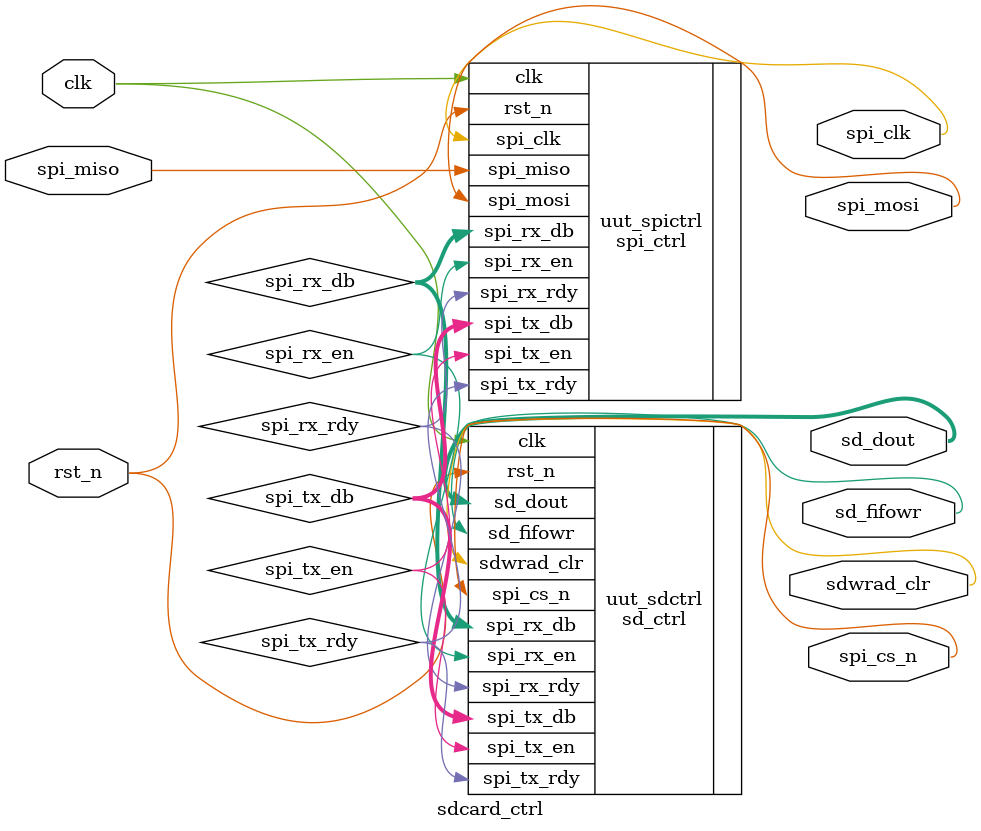
<source format=v>
`timescale 1ns / 1ps
module sdcard_ctrl(
			clk,rst_n,
			spi_miso,spi_mosi,spi_clk,spi_cs_n,
			sd_dout,sd_fifowr,sdwrad_clr
			);

input clk;		//FPAGÊäÈëÊ±ÖÓÐÅºÅ25MHz
input rst_n;	//FPGAÊäÈë¸´Î»ÐÅºÅ

input spi_miso;		//SPIÖ÷»úÊäÈë´Ó»úÊä³öÊý¾ÝÐÅºÅ
output spi_mosi;	//SPIÖ÷»úÊä³ö´Ó»úÊäÈëÊý¾ÝÐÅºÅ
output spi_clk;		//SPIÊ±ÖÓÐÅºÅ£¬ÓÉÖ÷»ú²úÉú
output spi_cs_n;	//SPI´ÓÉè±¸Ê¹ÄÜÐÅºÅ£¬ÓÉÖ÷Éè±¸¿ØÖÆ

output[7:0] sd_dout;	//´ÓSD¶Á³öµÄ´ý·ÅÈëFIFOÊý¾Ý
output sd_fifowr;		//sd¶Á³öÊý¾ÝÐ´ÈëFIFOÊ¹ÄÜÐÅºÅ£¬¸ßÓÐÐ§
output sdwrad_clr;		//SDRAMÐ´¿ØÖÆÏà¹ØÐÅºÅÇåÁã¸´Î»ÐÅºÅ£¬¸ßÓÐÐ§

//output[3:0] led;	//µ÷ÊÔÊ¹ÓÃ

//----------------------------------------------------------------
wire spi_tx_en;		//SPIÊý¾Ý·¢ËÍÊ¹ÄÜÐÅºÅ£¬¸ßÓÐÐ§
wire spi_tx_rdy;		//SPIÊý¾Ý·¢ËÍÍê³É±êÖ¾Î»£¬¸ßÓÐÐ§
wire spi_rx_en;		//SPIÊý¾Ý½ÓÊÕÊ¹ÄÜÐÅºÅ£¬¸ßÓÐÐ§
wire spi_rx_rdy;		//SPIÊý¾Ý½ÓÊÕÍê³É±êÖ¾Î»£¬¸ßÓÐÐ§
wire[7:0] spi_tx_db;	//SPIÊý¾Ý·¢ËÍ¼Ä´æÆ÷
wire[7:0] spi_rx_db;	//SPIÊý¾Ý½ÓÊÕ¼Ä´æÆ÷


//----------------------------------------------------------------
//Àý»¯SPI´«Êä¿ØÖÆÄ£¿é
spi_ctrl		uut_spictrl(
					.clk(clk),
					.rst_n(rst_n),
					.spi_miso(spi_miso),
					.spi_mosi(spi_mosi),
					.spi_clk(spi_clk),
					.spi_tx_en(spi_tx_en),
					.spi_tx_rdy(spi_tx_rdy),
					.spi_rx_en(spi_rx_en),
					.spi_rx_rdy(spi_rx_rdy),
					.spi_tx_db(spi_tx_db),
					.spi_rx_db(spi_rx_db)
				);

//Àý»¯SDÃüÁî¿ØÖÆÄ£¿é
sd_ctrl			uut_sdctrl(
					.clk(clk),
					.rst_n(rst_n),
					.spi_cs_n(spi_cs_n),
					.spi_tx_en(spi_tx_en),
					.spi_tx_rdy(spi_tx_rdy),
					.spi_rx_en(spi_rx_en),
					.spi_rx_rdy(spi_rx_rdy),
					.spi_tx_db(spi_tx_db),
					.spi_rx_db(spi_rx_db),
					.sd_dout(sd_dout),
					.sd_fifowr(sd_fifowr),
					.sdwrad_clr(sdwrad_clr)
				);

endmodule

</source>
